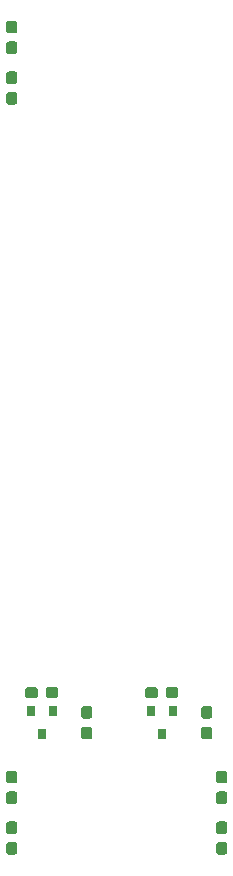
<source format=gbr>
G04 #@! TF.GenerationSoftware,KiCad,Pcbnew,(5.0.2)-1*
G04 #@! TF.CreationDate,2019-04-17T18:19:44-05:00*
G04 #@! TF.ProjectId,ArduinoNanoInterface_Hardware,41726475-696e-46f4-9e61-6e6f496e7465,rev?*
G04 #@! TF.SameCoordinates,Original*
G04 #@! TF.FileFunction,Paste,Top*
G04 #@! TF.FilePolarity,Positive*
%FSLAX46Y46*%
G04 Gerber Fmt 4.6, Leading zero omitted, Abs format (unit mm)*
G04 Created by KiCad (PCBNEW (5.0.2)-1) date 4/17/2019 6:19:44 PM*
%MOMM*%
%LPD*%
G01*
G04 APERTURE LIST*
%ADD10C,0.100000*%
%ADD11C,0.950000*%
%ADD12R,0.800000X0.900000*%
G04 APERTURE END LIST*
D10*
G04 #@! TO.C,D1*
G36*
X85350779Y-63766144D02*
X85373834Y-63769563D01*
X85396443Y-63775227D01*
X85418387Y-63783079D01*
X85439457Y-63793044D01*
X85459448Y-63805026D01*
X85478168Y-63818910D01*
X85495438Y-63834562D01*
X85511090Y-63851832D01*
X85524974Y-63870552D01*
X85536956Y-63890543D01*
X85546921Y-63911613D01*
X85554773Y-63933557D01*
X85560437Y-63956166D01*
X85563856Y-63979221D01*
X85565000Y-64002500D01*
X85565000Y-64577500D01*
X85563856Y-64600779D01*
X85560437Y-64623834D01*
X85554773Y-64646443D01*
X85546921Y-64668387D01*
X85536956Y-64689457D01*
X85524974Y-64709448D01*
X85511090Y-64728168D01*
X85495438Y-64745438D01*
X85478168Y-64761090D01*
X85459448Y-64774974D01*
X85439457Y-64786956D01*
X85418387Y-64796921D01*
X85396443Y-64804773D01*
X85373834Y-64810437D01*
X85350779Y-64813856D01*
X85327500Y-64815000D01*
X84852500Y-64815000D01*
X84829221Y-64813856D01*
X84806166Y-64810437D01*
X84783557Y-64804773D01*
X84761613Y-64796921D01*
X84740543Y-64786956D01*
X84720552Y-64774974D01*
X84701832Y-64761090D01*
X84684562Y-64745438D01*
X84668910Y-64728168D01*
X84655026Y-64709448D01*
X84643044Y-64689457D01*
X84633079Y-64668387D01*
X84625227Y-64646443D01*
X84619563Y-64623834D01*
X84616144Y-64600779D01*
X84615000Y-64577500D01*
X84615000Y-64002500D01*
X84616144Y-63979221D01*
X84619563Y-63956166D01*
X84625227Y-63933557D01*
X84633079Y-63911613D01*
X84643044Y-63890543D01*
X84655026Y-63870552D01*
X84668910Y-63851832D01*
X84684562Y-63834562D01*
X84701832Y-63818910D01*
X84720552Y-63805026D01*
X84740543Y-63793044D01*
X84761613Y-63783079D01*
X84783557Y-63775227D01*
X84806166Y-63769563D01*
X84829221Y-63766144D01*
X84852500Y-63765000D01*
X85327500Y-63765000D01*
X85350779Y-63766144D01*
X85350779Y-63766144D01*
G37*
D11*
X85090000Y-64290000D03*
D10*
G36*
X85350779Y-65516144D02*
X85373834Y-65519563D01*
X85396443Y-65525227D01*
X85418387Y-65533079D01*
X85439457Y-65543044D01*
X85459448Y-65555026D01*
X85478168Y-65568910D01*
X85495438Y-65584562D01*
X85511090Y-65601832D01*
X85524974Y-65620552D01*
X85536956Y-65640543D01*
X85546921Y-65661613D01*
X85554773Y-65683557D01*
X85560437Y-65706166D01*
X85563856Y-65729221D01*
X85565000Y-65752500D01*
X85565000Y-66327500D01*
X85563856Y-66350779D01*
X85560437Y-66373834D01*
X85554773Y-66396443D01*
X85546921Y-66418387D01*
X85536956Y-66439457D01*
X85524974Y-66459448D01*
X85511090Y-66478168D01*
X85495438Y-66495438D01*
X85478168Y-66511090D01*
X85459448Y-66524974D01*
X85439457Y-66536956D01*
X85418387Y-66546921D01*
X85396443Y-66554773D01*
X85373834Y-66560437D01*
X85350779Y-66563856D01*
X85327500Y-66565000D01*
X84852500Y-66565000D01*
X84829221Y-66563856D01*
X84806166Y-66560437D01*
X84783557Y-66554773D01*
X84761613Y-66546921D01*
X84740543Y-66536956D01*
X84720552Y-66524974D01*
X84701832Y-66511090D01*
X84684562Y-66495438D01*
X84668910Y-66478168D01*
X84655026Y-66459448D01*
X84643044Y-66439457D01*
X84633079Y-66418387D01*
X84625227Y-66396443D01*
X84619563Y-66373834D01*
X84616144Y-66350779D01*
X84615000Y-66327500D01*
X84615000Y-65752500D01*
X84616144Y-65729221D01*
X84619563Y-65706166D01*
X84625227Y-65683557D01*
X84633079Y-65661613D01*
X84643044Y-65640543D01*
X84655026Y-65620552D01*
X84668910Y-65601832D01*
X84684562Y-65584562D01*
X84701832Y-65568910D01*
X84720552Y-65555026D01*
X84740543Y-65543044D01*
X84761613Y-65533079D01*
X84783557Y-65525227D01*
X84806166Y-65519563D01*
X84829221Y-65516144D01*
X84852500Y-65515000D01*
X85327500Y-65515000D01*
X85350779Y-65516144D01*
X85350779Y-65516144D01*
G37*
D11*
X85090000Y-66040000D03*
G04 #@! TD*
D10*
G04 #@! TO.C,D2*
G36*
X103130779Y-131556144D02*
X103153834Y-131559563D01*
X103176443Y-131565227D01*
X103198387Y-131573079D01*
X103219457Y-131583044D01*
X103239448Y-131595026D01*
X103258168Y-131608910D01*
X103275438Y-131624562D01*
X103291090Y-131641832D01*
X103304974Y-131660552D01*
X103316956Y-131680543D01*
X103326921Y-131701613D01*
X103334773Y-131723557D01*
X103340437Y-131746166D01*
X103343856Y-131769221D01*
X103345000Y-131792500D01*
X103345000Y-132367500D01*
X103343856Y-132390779D01*
X103340437Y-132413834D01*
X103334773Y-132436443D01*
X103326921Y-132458387D01*
X103316956Y-132479457D01*
X103304974Y-132499448D01*
X103291090Y-132518168D01*
X103275438Y-132535438D01*
X103258168Y-132551090D01*
X103239448Y-132564974D01*
X103219457Y-132576956D01*
X103198387Y-132586921D01*
X103176443Y-132594773D01*
X103153834Y-132600437D01*
X103130779Y-132603856D01*
X103107500Y-132605000D01*
X102632500Y-132605000D01*
X102609221Y-132603856D01*
X102586166Y-132600437D01*
X102563557Y-132594773D01*
X102541613Y-132586921D01*
X102520543Y-132576956D01*
X102500552Y-132564974D01*
X102481832Y-132551090D01*
X102464562Y-132535438D01*
X102448910Y-132518168D01*
X102435026Y-132499448D01*
X102423044Y-132479457D01*
X102413079Y-132458387D01*
X102405227Y-132436443D01*
X102399563Y-132413834D01*
X102396144Y-132390779D01*
X102395000Y-132367500D01*
X102395000Y-131792500D01*
X102396144Y-131769221D01*
X102399563Y-131746166D01*
X102405227Y-131723557D01*
X102413079Y-131701613D01*
X102423044Y-131680543D01*
X102435026Y-131660552D01*
X102448910Y-131641832D01*
X102464562Y-131624562D01*
X102481832Y-131608910D01*
X102500552Y-131595026D01*
X102520543Y-131583044D01*
X102541613Y-131573079D01*
X102563557Y-131565227D01*
X102586166Y-131559563D01*
X102609221Y-131556144D01*
X102632500Y-131555000D01*
X103107500Y-131555000D01*
X103130779Y-131556144D01*
X103130779Y-131556144D01*
G37*
D11*
X102870000Y-132080000D03*
D10*
G36*
X103130779Y-133306144D02*
X103153834Y-133309563D01*
X103176443Y-133315227D01*
X103198387Y-133323079D01*
X103219457Y-133333044D01*
X103239448Y-133345026D01*
X103258168Y-133358910D01*
X103275438Y-133374562D01*
X103291090Y-133391832D01*
X103304974Y-133410552D01*
X103316956Y-133430543D01*
X103326921Y-133451613D01*
X103334773Y-133473557D01*
X103340437Y-133496166D01*
X103343856Y-133519221D01*
X103345000Y-133542500D01*
X103345000Y-134117500D01*
X103343856Y-134140779D01*
X103340437Y-134163834D01*
X103334773Y-134186443D01*
X103326921Y-134208387D01*
X103316956Y-134229457D01*
X103304974Y-134249448D01*
X103291090Y-134268168D01*
X103275438Y-134285438D01*
X103258168Y-134301090D01*
X103239448Y-134314974D01*
X103219457Y-134326956D01*
X103198387Y-134336921D01*
X103176443Y-134344773D01*
X103153834Y-134350437D01*
X103130779Y-134353856D01*
X103107500Y-134355000D01*
X102632500Y-134355000D01*
X102609221Y-134353856D01*
X102586166Y-134350437D01*
X102563557Y-134344773D01*
X102541613Y-134336921D01*
X102520543Y-134326956D01*
X102500552Y-134314974D01*
X102481832Y-134301090D01*
X102464562Y-134285438D01*
X102448910Y-134268168D01*
X102435026Y-134249448D01*
X102423044Y-134229457D01*
X102413079Y-134208387D01*
X102405227Y-134186443D01*
X102399563Y-134163834D01*
X102396144Y-134140779D01*
X102395000Y-134117500D01*
X102395000Y-133542500D01*
X102396144Y-133519221D01*
X102399563Y-133496166D01*
X102405227Y-133473557D01*
X102413079Y-133451613D01*
X102423044Y-133430543D01*
X102435026Y-133410552D01*
X102448910Y-133391832D01*
X102464562Y-133374562D01*
X102481832Y-133358910D01*
X102500552Y-133345026D01*
X102520543Y-133333044D01*
X102541613Y-133323079D01*
X102563557Y-133315227D01*
X102586166Y-133309563D01*
X102609221Y-133306144D01*
X102632500Y-133305000D01*
X103107500Y-133305000D01*
X103130779Y-133306144D01*
X103130779Y-133306144D01*
G37*
D11*
X102870000Y-133830000D03*
G04 #@! TD*
D10*
G04 #@! TO.C,D3*
G36*
X85350779Y-133306144D02*
X85373834Y-133309563D01*
X85396443Y-133315227D01*
X85418387Y-133323079D01*
X85439457Y-133333044D01*
X85459448Y-133345026D01*
X85478168Y-133358910D01*
X85495438Y-133374562D01*
X85511090Y-133391832D01*
X85524974Y-133410552D01*
X85536956Y-133430543D01*
X85546921Y-133451613D01*
X85554773Y-133473557D01*
X85560437Y-133496166D01*
X85563856Y-133519221D01*
X85565000Y-133542500D01*
X85565000Y-134117500D01*
X85563856Y-134140779D01*
X85560437Y-134163834D01*
X85554773Y-134186443D01*
X85546921Y-134208387D01*
X85536956Y-134229457D01*
X85524974Y-134249448D01*
X85511090Y-134268168D01*
X85495438Y-134285438D01*
X85478168Y-134301090D01*
X85459448Y-134314974D01*
X85439457Y-134326956D01*
X85418387Y-134336921D01*
X85396443Y-134344773D01*
X85373834Y-134350437D01*
X85350779Y-134353856D01*
X85327500Y-134355000D01*
X84852500Y-134355000D01*
X84829221Y-134353856D01*
X84806166Y-134350437D01*
X84783557Y-134344773D01*
X84761613Y-134336921D01*
X84740543Y-134326956D01*
X84720552Y-134314974D01*
X84701832Y-134301090D01*
X84684562Y-134285438D01*
X84668910Y-134268168D01*
X84655026Y-134249448D01*
X84643044Y-134229457D01*
X84633079Y-134208387D01*
X84625227Y-134186443D01*
X84619563Y-134163834D01*
X84616144Y-134140779D01*
X84615000Y-134117500D01*
X84615000Y-133542500D01*
X84616144Y-133519221D01*
X84619563Y-133496166D01*
X84625227Y-133473557D01*
X84633079Y-133451613D01*
X84643044Y-133430543D01*
X84655026Y-133410552D01*
X84668910Y-133391832D01*
X84684562Y-133374562D01*
X84701832Y-133358910D01*
X84720552Y-133345026D01*
X84740543Y-133333044D01*
X84761613Y-133323079D01*
X84783557Y-133315227D01*
X84806166Y-133309563D01*
X84829221Y-133306144D01*
X84852500Y-133305000D01*
X85327500Y-133305000D01*
X85350779Y-133306144D01*
X85350779Y-133306144D01*
G37*
D11*
X85090000Y-133830000D03*
D10*
G36*
X85350779Y-131556144D02*
X85373834Y-131559563D01*
X85396443Y-131565227D01*
X85418387Y-131573079D01*
X85439457Y-131583044D01*
X85459448Y-131595026D01*
X85478168Y-131608910D01*
X85495438Y-131624562D01*
X85511090Y-131641832D01*
X85524974Y-131660552D01*
X85536956Y-131680543D01*
X85546921Y-131701613D01*
X85554773Y-131723557D01*
X85560437Y-131746166D01*
X85563856Y-131769221D01*
X85565000Y-131792500D01*
X85565000Y-132367500D01*
X85563856Y-132390779D01*
X85560437Y-132413834D01*
X85554773Y-132436443D01*
X85546921Y-132458387D01*
X85536956Y-132479457D01*
X85524974Y-132499448D01*
X85511090Y-132518168D01*
X85495438Y-132535438D01*
X85478168Y-132551090D01*
X85459448Y-132564974D01*
X85439457Y-132576956D01*
X85418387Y-132586921D01*
X85396443Y-132594773D01*
X85373834Y-132600437D01*
X85350779Y-132603856D01*
X85327500Y-132605000D01*
X84852500Y-132605000D01*
X84829221Y-132603856D01*
X84806166Y-132600437D01*
X84783557Y-132594773D01*
X84761613Y-132586921D01*
X84740543Y-132576956D01*
X84720552Y-132564974D01*
X84701832Y-132551090D01*
X84684562Y-132535438D01*
X84668910Y-132518168D01*
X84655026Y-132499448D01*
X84643044Y-132479457D01*
X84633079Y-132458387D01*
X84625227Y-132436443D01*
X84619563Y-132413834D01*
X84616144Y-132390779D01*
X84615000Y-132367500D01*
X84615000Y-131792500D01*
X84616144Y-131769221D01*
X84619563Y-131746166D01*
X84625227Y-131723557D01*
X84633079Y-131701613D01*
X84643044Y-131680543D01*
X84655026Y-131660552D01*
X84668910Y-131641832D01*
X84684562Y-131624562D01*
X84701832Y-131608910D01*
X84720552Y-131595026D01*
X84740543Y-131583044D01*
X84761613Y-131573079D01*
X84783557Y-131565227D01*
X84806166Y-131559563D01*
X84829221Y-131556144D01*
X84852500Y-131555000D01*
X85327500Y-131555000D01*
X85350779Y-131556144D01*
X85350779Y-131556144D01*
G37*
D11*
X85090000Y-132080000D03*
G04 #@! TD*
D12*
G04 #@! TO.C,Q1*
X98740000Y-122190000D03*
X96840000Y-122190000D03*
X97790000Y-124190000D03*
G04 #@! TD*
G04 #@! TO.C,Q2*
X87630000Y-124190000D03*
X86680000Y-122190000D03*
X88580000Y-122190000D03*
G04 #@! TD*
D10*
G04 #@! TO.C,R1*
G36*
X97225779Y-120176144D02*
X97248834Y-120179563D01*
X97271443Y-120185227D01*
X97293387Y-120193079D01*
X97314457Y-120203044D01*
X97334448Y-120215026D01*
X97353168Y-120228910D01*
X97370438Y-120244562D01*
X97386090Y-120261832D01*
X97399974Y-120280552D01*
X97411956Y-120300543D01*
X97421921Y-120321613D01*
X97429773Y-120343557D01*
X97435437Y-120366166D01*
X97438856Y-120389221D01*
X97440000Y-120412500D01*
X97440000Y-120887500D01*
X97438856Y-120910779D01*
X97435437Y-120933834D01*
X97429773Y-120956443D01*
X97421921Y-120978387D01*
X97411956Y-120999457D01*
X97399974Y-121019448D01*
X97386090Y-121038168D01*
X97370438Y-121055438D01*
X97353168Y-121071090D01*
X97334448Y-121084974D01*
X97314457Y-121096956D01*
X97293387Y-121106921D01*
X97271443Y-121114773D01*
X97248834Y-121120437D01*
X97225779Y-121123856D01*
X97202500Y-121125000D01*
X96627500Y-121125000D01*
X96604221Y-121123856D01*
X96581166Y-121120437D01*
X96558557Y-121114773D01*
X96536613Y-121106921D01*
X96515543Y-121096956D01*
X96495552Y-121084974D01*
X96476832Y-121071090D01*
X96459562Y-121055438D01*
X96443910Y-121038168D01*
X96430026Y-121019448D01*
X96418044Y-120999457D01*
X96408079Y-120978387D01*
X96400227Y-120956443D01*
X96394563Y-120933834D01*
X96391144Y-120910779D01*
X96390000Y-120887500D01*
X96390000Y-120412500D01*
X96391144Y-120389221D01*
X96394563Y-120366166D01*
X96400227Y-120343557D01*
X96408079Y-120321613D01*
X96418044Y-120300543D01*
X96430026Y-120280552D01*
X96443910Y-120261832D01*
X96459562Y-120244562D01*
X96476832Y-120228910D01*
X96495552Y-120215026D01*
X96515543Y-120203044D01*
X96536613Y-120193079D01*
X96558557Y-120185227D01*
X96581166Y-120179563D01*
X96604221Y-120176144D01*
X96627500Y-120175000D01*
X97202500Y-120175000D01*
X97225779Y-120176144D01*
X97225779Y-120176144D01*
G37*
D11*
X96915000Y-120650000D03*
D10*
G36*
X98975779Y-120176144D02*
X98998834Y-120179563D01*
X99021443Y-120185227D01*
X99043387Y-120193079D01*
X99064457Y-120203044D01*
X99084448Y-120215026D01*
X99103168Y-120228910D01*
X99120438Y-120244562D01*
X99136090Y-120261832D01*
X99149974Y-120280552D01*
X99161956Y-120300543D01*
X99171921Y-120321613D01*
X99179773Y-120343557D01*
X99185437Y-120366166D01*
X99188856Y-120389221D01*
X99190000Y-120412500D01*
X99190000Y-120887500D01*
X99188856Y-120910779D01*
X99185437Y-120933834D01*
X99179773Y-120956443D01*
X99171921Y-120978387D01*
X99161956Y-120999457D01*
X99149974Y-121019448D01*
X99136090Y-121038168D01*
X99120438Y-121055438D01*
X99103168Y-121071090D01*
X99084448Y-121084974D01*
X99064457Y-121096956D01*
X99043387Y-121106921D01*
X99021443Y-121114773D01*
X98998834Y-121120437D01*
X98975779Y-121123856D01*
X98952500Y-121125000D01*
X98377500Y-121125000D01*
X98354221Y-121123856D01*
X98331166Y-121120437D01*
X98308557Y-121114773D01*
X98286613Y-121106921D01*
X98265543Y-121096956D01*
X98245552Y-121084974D01*
X98226832Y-121071090D01*
X98209562Y-121055438D01*
X98193910Y-121038168D01*
X98180026Y-121019448D01*
X98168044Y-120999457D01*
X98158079Y-120978387D01*
X98150227Y-120956443D01*
X98144563Y-120933834D01*
X98141144Y-120910779D01*
X98140000Y-120887500D01*
X98140000Y-120412500D01*
X98141144Y-120389221D01*
X98144563Y-120366166D01*
X98150227Y-120343557D01*
X98158079Y-120321613D01*
X98168044Y-120300543D01*
X98180026Y-120280552D01*
X98193910Y-120261832D01*
X98209562Y-120244562D01*
X98226832Y-120228910D01*
X98245552Y-120215026D01*
X98265543Y-120203044D01*
X98286613Y-120193079D01*
X98308557Y-120185227D01*
X98331166Y-120179563D01*
X98354221Y-120176144D01*
X98377500Y-120175000D01*
X98952500Y-120175000D01*
X98975779Y-120176144D01*
X98975779Y-120176144D01*
G37*
D11*
X98665000Y-120650000D03*
G04 #@! TD*
D10*
G04 #@! TO.C,R2*
G36*
X88815779Y-120176144D02*
X88838834Y-120179563D01*
X88861443Y-120185227D01*
X88883387Y-120193079D01*
X88904457Y-120203044D01*
X88924448Y-120215026D01*
X88943168Y-120228910D01*
X88960438Y-120244562D01*
X88976090Y-120261832D01*
X88989974Y-120280552D01*
X89001956Y-120300543D01*
X89011921Y-120321613D01*
X89019773Y-120343557D01*
X89025437Y-120366166D01*
X89028856Y-120389221D01*
X89030000Y-120412500D01*
X89030000Y-120887500D01*
X89028856Y-120910779D01*
X89025437Y-120933834D01*
X89019773Y-120956443D01*
X89011921Y-120978387D01*
X89001956Y-120999457D01*
X88989974Y-121019448D01*
X88976090Y-121038168D01*
X88960438Y-121055438D01*
X88943168Y-121071090D01*
X88924448Y-121084974D01*
X88904457Y-121096956D01*
X88883387Y-121106921D01*
X88861443Y-121114773D01*
X88838834Y-121120437D01*
X88815779Y-121123856D01*
X88792500Y-121125000D01*
X88217500Y-121125000D01*
X88194221Y-121123856D01*
X88171166Y-121120437D01*
X88148557Y-121114773D01*
X88126613Y-121106921D01*
X88105543Y-121096956D01*
X88085552Y-121084974D01*
X88066832Y-121071090D01*
X88049562Y-121055438D01*
X88033910Y-121038168D01*
X88020026Y-121019448D01*
X88008044Y-120999457D01*
X87998079Y-120978387D01*
X87990227Y-120956443D01*
X87984563Y-120933834D01*
X87981144Y-120910779D01*
X87980000Y-120887500D01*
X87980000Y-120412500D01*
X87981144Y-120389221D01*
X87984563Y-120366166D01*
X87990227Y-120343557D01*
X87998079Y-120321613D01*
X88008044Y-120300543D01*
X88020026Y-120280552D01*
X88033910Y-120261832D01*
X88049562Y-120244562D01*
X88066832Y-120228910D01*
X88085552Y-120215026D01*
X88105543Y-120203044D01*
X88126613Y-120193079D01*
X88148557Y-120185227D01*
X88171166Y-120179563D01*
X88194221Y-120176144D01*
X88217500Y-120175000D01*
X88792500Y-120175000D01*
X88815779Y-120176144D01*
X88815779Y-120176144D01*
G37*
D11*
X88505000Y-120650000D03*
D10*
G36*
X87065779Y-120176144D02*
X87088834Y-120179563D01*
X87111443Y-120185227D01*
X87133387Y-120193079D01*
X87154457Y-120203044D01*
X87174448Y-120215026D01*
X87193168Y-120228910D01*
X87210438Y-120244562D01*
X87226090Y-120261832D01*
X87239974Y-120280552D01*
X87251956Y-120300543D01*
X87261921Y-120321613D01*
X87269773Y-120343557D01*
X87275437Y-120366166D01*
X87278856Y-120389221D01*
X87280000Y-120412500D01*
X87280000Y-120887500D01*
X87278856Y-120910779D01*
X87275437Y-120933834D01*
X87269773Y-120956443D01*
X87261921Y-120978387D01*
X87251956Y-120999457D01*
X87239974Y-121019448D01*
X87226090Y-121038168D01*
X87210438Y-121055438D01*
X87193168Y-121071090D01*
X87174448Y-121084974D01*
X87154457Y-121096956D01*
X87133387Y-121106921D01*
X87111443Y-121114773D01*
X87088834Y-121120437D01*
X87065779Y-121123856D01*
X87042500Y-121125000D01*
X86467500Y-121125000D01*
X86444221Y-121123856D01*
X86421166Y-121120437D01*
X86398557Y-121114773D01*
X86376613Y-121106921D01*
X86355543Y-121096956D01*
X86335552Y-121084974D01*
X86316832Y-121071090D01*
X86299562Y-121055438D01*
X86283910Y-121038168D01*
X86270026Y-121019448D01*
X86258044Y-120999457D01*
X86248079Y-120978387D01*
X86240227Y-120956443D01*
X86234563Y-120933834D01*
X86231144Y-120910779D01*
X86230000Y-120887500D01*
X86230000Y-120412500D01*
X86231144Y-120389221D01*
X86234563Y-120366166D01*
X86240227Y-120343557D01*
X86248079Y-120321613D01*
X86258044Y-120300543D01*
X86270026Y-120280552D01*
X86283910Y-120261832D01*
X86299562Y-120244562D01*
X86316832Y-120228910D01*
X86335552Y-120215026D01*
X86355543Y-120203044D01*
X86376613Y-120193079D01*
X86398557Y-120185227D01*
X86421166Y-120179563D01*
X86444221Y-120176144D01*
X86467500Y-120175000D01*
X87042500Y-120175000D01*
X87065779Y-120176144D01*
X87065779Y-120176144D01*
G37*
D11*
X86755000Y-120650000D03*
G04 #@! TD*
D10*
G04 #@! TO.C,R3*
G36*
X101860779Y-121791144D02*
X101883834Y-121794563D01*
X101906443Y-121800227D01*
X101928387Y-121808079D01*
X101949457Y-121818044D01*
X101969448Y-121830026D01*
X101988168Y-121843910D01*
X102005438Y-121859562D01*
X102021090Y-121876832D01*
X102034974Y-121895552D01*
X102046956Y-121915543D01*
X102056921Y-121936613D01*
X102064773Y-121958557D01*
X102070437Y-121981166D01*
X102073856Y-122004221D01*
X102075000Y-122027500D01*
X102075000Y-122602500D01*
X102073856Y-122625779D01*
X102070437Y-122648834D01*
X102064773Y-122671443D01*
X102056921Y-122693387D01*
X102046956Y-122714457D01*
X102034974Y-122734448D01*
X102021090Y-122753168D01*
X102005438Y-122770438D01*
X101988168Y-122786090D01*
X101969448Y-122799974D01*
X101949457Y-122811956D01*
X101928387Y-122821921D01*
X101906443Y-122829773D01*
X101883834Y-122835437D01*
X101860779Y-122838856D01*
X101837500Y-122840000D01*
X101362500Y-122840000D01*
X101339221Y-122838856D01*
X101316166Y-122835437D01*
X101293557Y-122829773D01*
X101271613Y-122821921D01*
X101250543Y-122811956D01*
X101230552Y-122799974D01*
X101211832Y-122786090D01*
X101194562Y-122770438D01*
X101178910Y-122753168D01*
X101165026Y-122734448D01*
X101153044Y-122714457D01*
X101143079Y-122693387D01*
X101135227Y-122671443D01*
X101129563Y-122648834D01*
X101126144Y-122625779D01*
X101125000Y-122602500D01*
X101125000Y-122027500D01*
X101126144Y-122004221D01*
X101129563Y-121981166D01*
X101135227Y-121958557D01*
X101143079Y-121936613D01*
X101153044Y-121915543D01*
X101165026Y-121895552D01*
X101178910Y-121876832D01*
X101194562Y-121859562D01*
X101211832Y-121843910D01*
X101230552Y-121830026D01*
X101250543Y-121818044D01*
X101271613Y-121808079D01*
X101293557Y-121800227D01*
X101316166Y-121794563D01*
X101339221Y-121791144D01*
X101362500Y-121790000D01*
X101837500Y-121790000D01*
X101860779Y-121791144D01*
X101860779Y-121791144D01*
G37*
D11*
X101600000Y-122315000D03*
D10*
G36*
X101860779Y-123541144D02*
X101883834Y-123544563D01*
X101906443Y-123550227D01*
X101928387Y-123558079D01*
X101949457Y-123568044D01*
X101969448Y-123580026D01*
X101988168Y-123593910D01*
X102005438Y-123609562D01*
X102021090Y-123626832D01*
X102034974Y-123645552D01*
X102046956Y-123665543D01*
X102056921Y-123686613D01*
X102064773Y-123708557D01*
X102070437Y-123731166D01*
X102073856Y-123754221D01*
X102075000Y-123777500D01*
X102075000Y-124352500D01*
X102073856Y-124375779D01*
X102070437Y-124398834D01*
X102064773Y-124421443D01*
X102056921Y-124443387D01*
X102046956Y-124464457D01*
X102034974Y-124484448D01*
X102021090Y-124503168D01*
X102005438Y-124520438D01*
X101988168Y-124536090D01*
X101969448Y-124549974D01*
X101949457Y-124561956D01*
X101928387Y-124571921D01*
X101906443Y-124579773D01*
X101883834Y-124585437D01*
X101860779Y-124588856D01*
X101837500Y-124590000D01*
X101362500Y-124590000D01*
X101339221Y-124588856D01*
X101316166Y-124585437D01*
X101293557Y-124579773D01*
X101271613Y-124571921D01*
X101250543Y-124561956D01*
X101230552Y-124549974D01*
X101211832Y-124536090D01*
X101194562Y-124520438D01*
X101178910Y-124503168D01*
X101165026Y-124484448D01*
X101153044Y-124464457D01*
X101143079Y-124443387D01*
X101135227Y-124421443D01*
X101129563Y-124398834D01*
X101126144Y-124375779D01*
X101125000Y-124352500D01*
X101125000Y-123777500D01*
X101126144Y-123754221D01*
X101129563Y-123731166D01*
X101135227Y-123708557D01*
X101143079Y-123686613D01*
X101153044Y-123665543D01*
X101165026Y-123645552D01*
X101178910Y-123626832D01*
X101194562Y-123609562D01*
X101211832Y-123593910D01*
X101230552Y-123580026D01*
X101250543Y-123568044D01*
X101271613Y-123558079D01*
X101293557Y-123550227D01*
X101316166Y-123544563D01*
X101339221Y-123541144D01*
X101362500Y-123540000D01*
X101837500Y-123540000D01*
X101860779Y-123541144D01*
X101860779Y-123541144D01*
G37*
D11*
X101600000Y-124065000D03*
G04 #@! TD*
D10*
G04 #@! TO.C,R4*
G36*
X91700779Y-123541144D02*
X91723834Y-123544563D01*
X91746443Y-123550227D01*
X91768387Y-123558079D01*
X91789457Y-123568044D01*
X91809448Y-123580026D01*
X91828168Y-123593910D01*
X91845438Y-123609562D01*
X91861090Y-123626832D01*
X91874974Y-123645552D01*
X91886956Y-123665543D01*
X91896921Y-123686613D01*
X91904773Y-123708557D01*
X91910437Y-123731166D01*
X91913856Y-123754221D01*
X91915000Y-123777500D01*
X91915000Y-124352500D01*
X91913856Y-124375779D01*
X91910437Y-124398834D01*
X91904773Y-124421443D01*
X91896921Y-124443387D01*
X91886956Y-124464457D01*
X91874974Y-124484448D01*
X91861090Y-124503168D01*
X91845438Y-124520438D01*
X91828168Y-124536090D01*
X91809448Y-124549974D01*
X91789457Y-124561956D01*
X91768387Y-124571921D01*
X91746443Y-124579773D01*
X91723834Y-124585437D01*
X91700779Y-124588856D01*
X91677500Y-124590000D01*
X91202500Y-124590000D01*
X91179221Y-124588856D01*
X91156166Y-124585437D01*
X91133557Y-124579773D01*
X91111613Y-124571921D01*
X91090543Y-124561956D01*
X91070552Y-124549974D01*
X91051832Y-124536090D01*
X91034562Y-124520438D01*
X91018910Y-124503168D01*
X91005026Y-124484448D01*
X90993044Y-124464457D01*
X90983079Y-124443387D01*
X90975227Y-124421443D01*
X90969563Y-124398834D01*
X90966144Y-124375779D01*
X90965000Y-124352500D01*
X90965000Y-123777500D01*
X90966144Y-123754221D01*
X90969563Y-123731166D01*
X90975227Y-123708557D01*
X90983079Y-123686613D01*
X90993044Y-123665543D01*
X91005026Y-123645552D01*
X91018910Y-123626832D01*
X91034562Y-123609562D01*
X91051832Y-123593910D01*
X91070552Y-123580026D01*
X91090543Y-123568044D01*
X91111613Y-123558079D01*
X91133557Y-123550227D01*
X91156166Y-123544563D01*
X91179221Y-123541144D01*
X91202500Y-123540000D01*
X91677500Y-123540000D01*
X91700779Y-123541144D01*
X91700779Y-123541144D01*
G37*
D11*
X91440000Y-124065000D03*
D10*
G36*
X91700779Y-121791144D02*
X91723834Y-121794563D01*
X91746443Y-121800227D01*
X91768387Y-121808079D01*
X91789457Y-121818044D01*
X91809448Y-121830026D01*
X91828168Y-121843910D01*
X91845438Y-121859562D01*
X91861090Y-121876832D01*
X91874974Y-121895552D01*
X91886956Y-121915543D01*
X91896921Y-121936613D01*
X91904773Y-121958557D01*
X91910437Y-121981166D01*
X91913856Y-122004221D01*
X91915000Y-122027500D01*
X91915000Y-122602500D01*
X91913856Y-122625779D01*
X91910437Y-122648834D01*
X91904773Y-122671443D01*
X91896921Y-122693387D01*
X91886956Y-122714457D01*
X91874974Y-122734448D01*
X91861090Y-122753168D01*
X91845438Y-122770438D01*
X91828168Y-122786090D01*
X91809448Y-122799974D01*
X91789457Y-122811956D01*
X91768387Y-122821921D01*
X91746443Y-122829773D01*
X91723834Y-122835437D01*
X91700779Y-122838856D01*
X91677500Y-122840000D01*
X91202500Y-122840000D01*
X91179221Y-122838856D01*
X91156166Y-122835437D01*
X91133557Y-122829773D01*
X91111613Y-122821921D01*
X91090543Y-122811956D01*
X91070552Y-122799974D01*
X91051832Y-122786090D01*
X91034562Y-122770438D01*
X91018910Y-122753168D01*
X91005026Y-122734448D01*
X90993044Y-122714457D01*
X90983079Y-122693387D01*
X90975227Y-122671443D01*
X90969563Y-122648834D01*
X90966144Y-122625779D01*
X90965000Y-122602500D01*
X90965000Y-122027500D01*
X90966144Y-122004221D01*
X90969563Y-121981166D01*
X90975227Y-121958557D01*
X90983079Y-121936613D01*
X90993044Y-121915543D01*
X91005026Y-121895552D01*
X91018910Y-121876832D01*
X91034562Y-121859562D01*
X91051832Y-121843910D01*
X91070552Y-121830026D01*
X91090543Y-121818044D01*
X91111613Y-121808079D01*
X91133557Y-121800227D01*
X91156166Y-121794563D01*
X91179221Y-121791144D01*
X91202500Y-121790000D01*
X91677500Y-121790000D01*
X91700779Y-121791144D01*
X91700779Y-121791144D01*
G37*
D11*
X91440000Y-122315000D03*
G04 #@! TD*
D10*
G04 #@! TO.C,R5*
G36*
X85350779Y-69806144D02*
X85373834Y-69809563D01*
X85396443Y-69815227D01*
X85418387Y-69823079D01*
X85439457Y-69833044D01*
X85459448Y-69845026D01*
X85478168Y-69858910D01*
X85495438Y-69874562D01*
X85511090Y-69891832D01*
X85524974Y-69910552D01*
X85536956Y-69930543D01*
X85546921Y-69951613D01*
X85554773Y-69973557D01*
X85560437Y-69996166D01*
X85563856Y-70019221D01*
X85565000Y-70042500D01*
X85565000Y-70617500D01*
X85563856Y-70640779D01*
X85560437Y-70663834D01*
X85554773Y-70686443D01*
X85546921Y-70708387D01*
X85536956Y-70729457D01*
X85524974Y-70749448D01*
X85511090Y-70768168D01*
X85495438Y-70785438D01*
X85478168Y-70801090D01*
X85459448Y-70814974D01*
X85439457Y-70826956D01*
X85418387Y-70836921D01*
X85396443Y-70844773D01*
X85373834Y-70850437D01*
X85350779Y-70853856D01*
X85327500Y-70855000D01*
X84852500Y-70855000D01*
X84829221Y-70853856D01*
X84806166Y-70850437D01*
X84783557Y-70844773D01*
X84761613Y-70836921D01*
X84740543Y-70826956D01*
X84720552Y-70814974D01*
X84701832Y-70801090D01*
X84684562Y-70785438D01*
X84668910Y-70768168D01*
X84655026Y-70749448D01*
X84643044Y-70729457D01*
X84633079Y-70708387D01*
X84625227Y-70686443D01*
X84619563Y-70663834D01*
X84616144Y-70640779D01*
X84615000Y-70617500D01*
X84615000Y-70042500D01*
X84616144Y-70019221D01*
X84619563Y-69996166D01*
X84625227Y-69973557D01*
X84633079Y-69951613D01*
X84643044Y-69930543D01*
X84655026Y-69910552D01*
X84668910Y-69891832D01*
X84684562Y-69874562D01*
X84701832Y-69858910D01*
X84720552Y-69845026D01*
X84740543Y-69833044D01*
X84761613Y-69823079D01*
X84783557Y-69815227D01*
X84806166Y-69809563D01*
X84829221Y-69806144D01*
X84852500Y-69805000D01*
X85327500Y-69805000D01*
X85350779Y-69806144D01*
X85350779Y-69806144D01*
G37*
D11*
X85090000Y-70330000D03*
D10*
G36*
X85350779Y-68056144D02*
X85373834Y-68059563D01*
X85396443Y-68065227D01*
X85418387Y-68073079D01*
X85439457Y-68083044D01*
X85459448Y-68095026D01*
X85478168Y-68108910D01*
X85495438Y-68124562D01*
X85511090Y-68141832D01*
X85524974Y-68160552D01*
X85536956Y-68180543D01*
X85546921Y-68201613D01*
X85554773Y-68223557D01*
X85560437Y-68246166D01*
X85563856Y-68269221D01*
X85565000Y-68292500D01*
X85565000Y-68867500D01*
X85563856Y-68890779D01*
X85560437Y-68913834D01*
X85554773Y-68936443D01*
X85546921Y-68958387D01*
X85536956Y-68979457D01*
X85524974Y-68999448D01*
X85511090Y-69018168D01*
X85495438Y-69035438D01*
X85478168Y-69051090D01*
X85459448Y-69064974D01*
X85439457Y-69076956D01*
X85418387Y-69086921D01*
X85396443Y-69094773D01*
X85373834Y-69100437D01*
X85350779Y-69103856D01*
X85327500Y-69105000D01*
X84852500Y-69105000D01*
X84829221Y-69103856D01*
X84806166Y-69100437D01*
X84783557Y-69094773D01*
X84761613Y-69086921D01*
X84740543Y-69076956D01*
X84720552Y-69064974D01*
X84701832Y-69051090D01*
X84684562Y-69035438D01*
X84668910Y-69018168D01*
X84655026Y-68999448D01*
X84643044Y-68979457D01*
X84633079Y-68958387D01*
X84625227Y-68936443D01*
X84619563Y-68913834D01*
X84616144Y-68890779D01*
X84615000Y-68867500D01*
X84615000Y-68292500D01*
X84616144Y-68269221D01*
X84619563Y-68246166D01*
X84625227Y-68223557D01*
X84633079Y-68201613D01*
X84643044Y-68180543D01*
X84655026Y-68160552D01*
X84668910Y-68141832D01*
X84684562Y-68124562D01*
X84701832Y-68108910D01*
X84720552Y-68095026D01*
X84740543Y-68083044D01*
X84761613Y-68073079D01*
X84783557Y-68065227D01*
X84806166Y-68059563D01*
X84829221Y-68056144D01*
X84852500Y-68055000D01*
X85327500Y-68055000D01*
X85350779Y-68056144D01*
X85350779Y-68056144D01*
G37*
D11*
X85090000Y-68580000D03*
G04 #@! TD*
D10*
G04 #@! TO.C,R6*
G36*
X103130779Y-129016144D02*
X103153834Y-129019563D01*
X103176443Y-129025227D01*
X103198387Y-129033079D01*
X103219457Y-129043044D01*
X103239448Y-129055026D01*
X103258168Y-129068910D01*
X103275438Y-129084562D01*
X103291090Y-129101832D01*
X103304974Y-129120552D01*
X103316956Y-129140543D01*
X103326921Y-129161613D01*
X103334773Y-129183557D01*
X103340437Y-129206166D01*
X103343856Y-129229221D01*
X103345000Y-129252500D01*
X103345000Y-129827500D01*
X103343856Y-129850779D01*
X103340437Y-129873834D01*
X103334773Y-129896443D01*
X103326921Y-129918387D01*
X103316956Y-129939457D01*
X103304974Y-129959448D01*
X103291090Y-129978168D01*
X103275438Y-129995438D01*
X103258168Y-130011090D01*
X103239448Y-130024974D01*
X103219457Y-130036956D01*
X103198387Y-130046921D01*
X103176443Y-130054773D01*
X103153834Y-130060437D01*
X103130779Y-130063856D01*
X103107500Y-130065000D01*
X102632500Y-130065000D01*
X102609221Y-130063856D01*
X102586166Y-130060437D01*
X102563557Y-130054773D01*
X102541613Y-130046921D01*
X102520543Y-130036956D01*
X102500552Y-130024974D01*
X102481832Y-130011090D01*
X102464562Y-129995438D01*
X102448910Y-129978168D01*
X102435026Y-129959448D01*
X102423044Y-129939457D01*
X102413079Y-129918387D01*
X102405227Y-129896443D01*
X102399563Y-129873834D01*
X102396144Y-129850779D01*
X102395000Y-129827500D01*
X102395000Y-129252500D01*
X102396144Y-129229221D01*
X102399563Y-129206166D01*
X102405227Y-129183557D01*
X102413079Y-129161613D01*
X102423044Y-129140543D01*
X102435026Y-129120552D01*
X102448910Y-129101832D01*
X102464562Y-129084562D01*
X102481832Y-129068910D01*
X102500552Y-129055026D01*
X102520543Y-129043044D01*
X102541613Y-129033079D01*
X102563557Y-129025227D01*
X102586166Y-129019563D01*
X102609221Y-129016144D01*
X102632500Y-129015000D01*
X103107500Y-129015000D01*
X103130779Y-129016144D01*
X103130779Y-129016144D01*
G37*
D11*
X102870000Y-129540000D03*
D10*
G36*
X103130779Y-127266144D02*
X103153834Y-127269563D01*
X103176443Y-127275227D01*
X103198387Y-127283079D01*
X103219457Y-127293044D01*
X103239448Y-127305026D01*
X103258168Y-127318910D01*
X103275438Y-127334562D01*
X103291090Y-127351832D01*
X103304974Y-127370552D01*
X103316956Y-127390543D01*
X103326921Y-127411613D01*
X103334773Y-127433557D01*
X103340437Y-127456166D01*
X103343856Y-127479221D01*
X103345000Y-127502500D01*
X103345000Y-128077500D01*
X103343856Y-128100779D01*
X103340437Y-128123834D01*
X103334773Y-128146443D01*
X103326921Y-128168387D01*
X103316956Y-128189457D01*
X103304974Y-128209448D01*
X103291090Y-128228168D01*
X103275438Y-128245438D01*
X103258168Y-128261090D01*
X103239448Y-128274974D01*
X103219457Y-128286956D01*
X103198387Y-128296921D01*
X103176443Y-128304773D01*
X103153834Y-128310437D01*
X103130779Y-128313856D01*
X103107500Y-128315000D01*
X102632500Y-128315000D01*
X102609221Y-128313856D01*
X102586166Y-128310437D01*
X102563557Y-128304773D01*
X102541613Y-128296921D01*
X102520543Y-128286956D01*
X102500552Y-128274974D01*
X102481832Y-128261090D01*
X102464562Y-128245438D01*
X102448910Y-128228168D01*
X102435026Y-128209448D01*
X102423044Y-128189457D01*
X102413079Y-128168387D01*
X102405227Y-128146443D01*
X102399563Y-128123834D01*
X102396144Y-128100779D01*
X102395000Y-128077500D01*
X102395000Y-127502500D01*
X102396144Y-127479221D01*
X102399563Y-127456166D01*
X102405227Y-127433557D01*
X102413079Y-127411613D01*
X102423044Y-127390543D01*
X102435026Y-127370552D01*
X102448910Y-127351832D01*
X102464562Y-127334562D01*
X102481832Y-127318910D01*
X102500552Y-127305026D01*
X102520543Y-127293044D01*
X102541613Y-127283079D01*
X102563557Y-127275227D01*
X102586166Y-127269563D01*
X102609221Y-127266144D01*
X102632500Y-127265000D01*
X103107500Y-127265000D01*
X103130779Y-127266144D01*
X103130779Y-127266144D01*
G37*
D11*
X102870000Y-127790000D03*
G04 #@! TD*
D10*
G04 #@! TO.C,R7*
G36*
X85350779Y-127266144D02*
X85373834Y-127269563D01*
X85396443Y-127275227D01*
X85418387Y-127283079D01*
X85439457Y-127293044D01*
X85459448Y-127305026D01*
X85478168Y-127318910D01*
X85495438Y-127334562D01*
X85511090Y-127351832D01*
X85524974Y-127370552D01*
X85536956Y-127390543D01*
X85546921Y-127411613D01*
X85554773Y-127433557D01*
X85560437Y-127456166D01*
X85563856Y-127479221D01*
X85565000Y-127502500D01*
X85565000Y-128077500D01*
X85563856Y-128100779D01*
X85560437Y-128123834D01*
X85554773Y-128146443D01*
X85546921Y-128168387D01*
X85536956Y-128189457D01*
X85524974Y-128209448D01*
X85511090Y-128228168D01*
X85495438Y-128245438D01*
X85478168Y-128261090D01*
X85459448Y-128274974D01*
X85439457Y-128286956D01*
X85418387Y-128296921D01*
X85396443Y-128304773D01*
X85373834Y-128310437D01*
X85350779Y-128313856D01*
X85327500Y-128315000D01*
X84852500Y-128315000D01*
X84829221Y-128313856D01*
X84806166Y-128310437D01*
X84783557Y-128304773D01*
X84761613Y-128296921D01*
X84740543Y-128286956D01*
X84720552Y-128274974D01*
X84701832Y-128261090D01*
X84684562Y-128245438D01*
X84668910Y-128228168D01*
X84655026Y-128209448D01*
X84643044Y-128189457D01*
X84633079Y-128168387D01*
X84625227Y-128146443D01*
X84619563Y-128123834D01*
X84616144Y-128100779D01*
X84615000Y-128077500D01*
X84615000Y-127502500D01*
X84616144Y-127479221D01*
X84619563Y-127456166D01*
X84625227Y-127433557D01*
X84633079Y-127411613D01*
X84643044Y-127390543D01*
X84655026Y-127370552D01*
X84668910Y-127351832D01*
X84684562Y-127334562D01*
X84701832Y-127318910D01*
X84720552Y-127305026D01*
X84740543Y-127293044D01*
X84761613Y-127283079D01*
X84783557Y-127275227D01*
X84806166Y-127269563D01*
X84829221Y-127266144D01*
X84852500Y-127265000D01*
X85327500Y-127265000D01*
X85350779Y-127266144D01*
X85350779Y-127266144D01*
G37*
D11*
X85090000Y-127790000D03*
D10*
G36*
X85350779Y-129016144D02*
X85373834Y-129019563D01*
X85396443Y-129025227D01*
X85418387Y-129033079D01*
X85439457Y-129043044D01*
X85459448Y-129055026D01*
X85478168Y-129068910D01*
X85495438Y-129084562D01*
X85511090Y-129101832D01*
X85524974Y-129120552D01*
X85536956Y-129140543D01*
X85546921Y-129161613D01*
X85554773Y-129183557D01*
X85560437Y-129206166D01*
X85563856Y-129229221D01*
X85565000Y-129252500D01*
X85565000Y-129827500D01*
X85563856Y-129850779D01*
X85560437Y-129873834D01*
X85554773Y-129896443D01*
X85546921Y-129918387D01*
X85536956Y-129939457D01*
X85524974Y-129959448D01*
X85511090Y-129978168D01*
X85495438Y-129995438D01*
X85478168Y-130011090D01*
X85459448Y-130024974D01*
X85439457Y-130036956D01*
X85418387Y-130046921D01*
X85396443Y-130054773D01*
X85373834Y-130060437D01*
X85350779Y-130063856D01*
X85327500Y-130065000D01*
X84852500Y-130065000D01*
X84829221Y-130063856D01*
X84806166Y-130060437D01*
X84783557Y-130054773D01*
X84761613Y-130046921D01*
X84740543Y-130036956D01*
X84720552Y-130024974D01*
X84701832Y-130011090D01*
X84684562Y-129995438D01*
X84668910Y-129978168D01*
X84655026Y-129959448D01*
X84643044Y-129939457D01*
X84633079Y-129918387D01*
X84625227Y-129896443D01*
X84619563Y-129873834D01*
X84616144Y-129850779D01*
X84615000Y-129827500D01*
X84615000Y-129252500D01*
X84616144Y-129229221D01*
X84619563Y-129206166D01*
X84625227Y-129183557D01*
X84633079Y-129161613D01*
X84643044Y-129140543D01*
X84655026Y-129120552D01*
X84668910Y-129101832D01*
X84684562Y-129084562D01*
X84701832Y-129068910D01*
X84720552Y-129055026D01*
X84740543Y-129043044D01*
X84761613Y-129033079D01*
X84783557Y-129025227D01*
X84806166Y-129019563D01*
X84829221Y-129016144D01*
X84852500Y-129015000D01*
X85327500Y-129015000D01*
X85350779Y-129016144D01*
X85350779Y-129016144D01*
G37*
D11*
X85090000Y-129540000D03*
G04 #@! TD*
M02*

</source>
